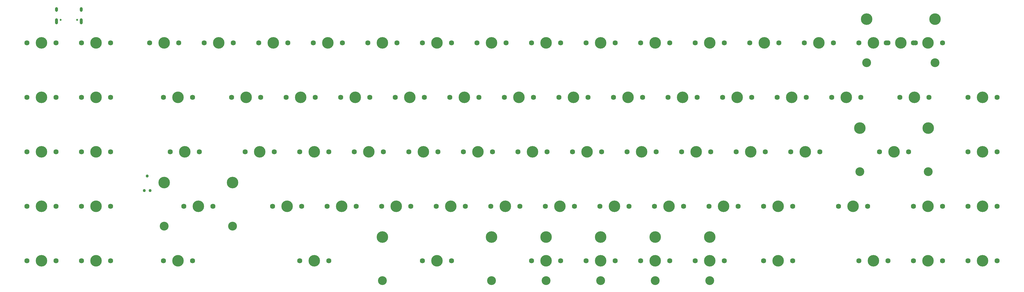
<source format=gts>
G04 #@! TF.FileFunction,Soldermask,Top*
%FSLAX46Y46*%
G04 Gerber Fmt 4.6, Leading zero omitted, Abs format (unit mm)*
G04 Created by KiCad (PCBNEW 4.0.7) date 05/14/18 18:10:09*
%MOMM*%
%LPD*%
G01*
G04 APERTURE LIST*
%ADD10C,0.100000*%
%ADD11C,4.027800*%
%ADD12C,1.790000*%
%ADD13C,1.028060*%
%ADD14C,1.025520*%
%ADD15O,1.040000X2.140000*%
%ADD16C,0.690000*%
%ADD17O,1.040000X1.640000*%
%ADD18C,3.088000*%
G04 APERTURE END LIST*
D10*
D11*
X704850000Y-280987500D03*
D12*
X699770000Y-280987500D03*
X709930000Y-280987500D03*
D11*
X595312500Y-280987500D03*
D12*
X590232500Y-280987500D03*
X600392500Y-280987500D03*
D11*
X576262500Y-280987500D03*
D12*
X571182500Y-280987500D03*
X581342500Y-280987500D03*
D11*
X395287500Y-223837500D03*
D12*
X390207500Y-223837500D03*
X400367500Y-223837500D03*
D11*
X445293750Y-261937500D03*
D12*
X440213750Y-261937500D03*
X450373750Y-261937500D03*
D11*
X395287500Y-242887500D03*
D12*
X390207500Y-242887500D03*
X400367500Y-242887500D03*
D11*
X442912500Y-242887500D03*
D12*
X437832500Y-242887500D03*
X447992500Y-242887500D03*
D13*
X432185000Y-270450000D03*
D14*
X431169000Y-275530000D03*
X433201000Y-275530000D03*
D15*
X400492500Y-216330000D03*
D16*
X401922500Y-215830000D03*
D15*
X409132500Y-216330000D03*
D17*
X400492500Y-212150000D03*
X409132500Y-212150000D03*
D16*
X407702500Y-215830000D03*
D11*
X414337500Y-223837500D03*
D12*
X409257500Y-223837500D03*
X419417500Y-223837500D03*
D11*
X438150000Y-223837500D03*
D12*
X433070000Y-223837500D03*
X443230000Y-223837500D03*
D11*
X457200000Y-223837500D03*
D12*
X452120000Y-223837500D03*
X462280000Y-223837500D03*
D11*
X476250000Y-223837500D03*
D12*
X471170000Y-223837500D03*
X481330000Y-223837500D03*
D11*
X495300000Y-223837500D03*
D12*
X490220000Y-223837500D03*
X500380000Y-223837500D03*
D11*
X514350000Y-223837500D03*
D12*
X509270000Y-223837500D03*
X519430000Y-223837500D03*
D11*
X533400000Y-223837500D03*
D12*
X528320000Y-223837500D03*
X538480000Y-223837500D03*
D11*
X552450000Y-223837500D03*
D12*
X547370000Y-223837500D03*
X557530000Y-223837500D03*
D11*
X571500000Y-223837500D03*
D12*
X566420000Y-223837500D03*
X576580000Y-223837500D03*
D11*
X590550000Y-223837500D03*
D12*
X585470000Y-223837500D03*
X595630000Y-223837500D03*
D11*
X609600000Y-223837500D03*
D12*
X604520000Y-223837500D03*
X614680000Y-223837500D03*
D11*
X628650000Y-223837500D03*
D12*
X623570000Y-223837500D03*
X633730000Y-223837500D03*
D11*
X647700000Y-223837500D03*
D12*
X642620000Y-223837500D03*
X652780000Y-223837500D03*
D11*
X666750000Y-223837500D03*
D12*
X661670000Y-223837500D03*
X671830000Y-223837500D03*
D11*
X685800000Y-223837500D03*
D12*
X680720000Y-223837500D03*
X690880000Y-223837500D03*
D11*
X704850000Y-223837500D03*
D12*
X699770000Y-223837500D03*
X709930000Y-223837500D03*
D11*
X695325000Y-223837500D03*
D12*
X690245000Y-223837500D03*
X700405000Y-223837500D03*
D18*
X683387000Y-230822500D03*
X707263000Y-230822500D03*
D11*
X683387000Y-215582500D03*
X707263000Y-215582500D03*
X414337500Y-242887500D03*
D12*
X409257500Y-242887500D03*
X419417500Y-242887500D03*
D11*
X466725000Y-242887500D03*
D12*
X461645000Y-242887500D03*
X471805000Y-242887500D03*
D11*
X485775000Y-242887500D03*
D12*
X480695000Y-242887500D03*
X490855000Y-242887500D03*
D11*
X504825000Y-242887500D03*
D12*
X499745000Y-242887500D03*
X509905000Y-242887500D03*
D11*
X523875000Y-242887500D03*
D12*
X518795000Y-242887500D03*
X528955000Y-242887500D03*
D11*
X542925000Y-242887500D03*
D12*
X537845000Y-242887500D03*
X548005000Y-242887500D03*
D11*
X561975000Y-242887500D03*
D12*
X556895000Y-242887500D03*
X567055000Y-242887500D03*
D11*
X581025000Y-242887500D03*
D12*
X575945000Y-242887500D03*
X586105000Y-242887500D03*
D11*
X600075000Y-242887500D03*
D12*
X594995000Y-242887500D03*
X605155000Y-242887500D03*
D11*
X619125000Y-242887500D03*
D12*
X614045000Y-242887500D03*
X624205000Y-242887500D03*
D11*
X638175000Y-242887500D03*
D12*
X633095000Y-242887500D03*
X643255000Y-242887500D03*
D11*
X657225000Y-242887500D03*
D12*
X652145000Y-242887500D03*
X662305000Y-242887500D03*
D11*
X676275000Y-242887500D03*
D12*
X671195000Y-242887500D03*
X681355000Y-242887500D03*
D11*
X700087500Y-242887500D03*
D12*
X695007500Y-242887500D03*
X705167500Y-242887500D03*
D11*
X723900000Y-242887500D03*
D12*
X718820000Y-242887500D03*
X728980000Y-242887500D03*
D11*
X395287500Y-261937500D03*
D12*
X390207500Y-261937500D03*
X400367500Y-261937500D03*
D11*
X471487500Y-261937500D03*
D12*
X466407500Y-261937500D03*
X476567500Y-261937500D03*
D11*
X490537500Y-261937500D03*
D12*
X485457500Y-261937500D03*
X495617500Y-261937500D03*
D11*
X509587500Y-261937500D03*
D12*
X504507500Y-261937500D03*
X514667500Y-261937500D03*
D11*
X528637500Y-261937500D03*
D12*
X523557500Y-261937500D03*
X533717500Y-261937500D03*
D11*
X547687500Y-261937500D03*
D12*
X542607500Y-261937500D03*
X552767500Y-261937500D03*
D11*
X566737500Y-261937500D03*
D12*
X561657500Y-261937500D03*
X571817500Y-261937500D03*
D11*
X585787500Y-261937500D03*
D12*
X580707500Y-261937500D03*
X590867500Y-261937500D03*
D11*
X604837500Y-261937500D03*
D12*
X599757500Y-261937500D03*
X609917500Y-261937500D03*
D11*
X623887500Y-261937500D03*
D12*
X618807500Y-261937500D03*
X628967500Y-261937500D03*
D11*
X642937500Y-261937500D03*
D12*
X637857500Y-261937500D03*
X648017500Y-261937500D03*
D11*
X723900000Y-261937500D03*
D12*
X718820000Y-261937500D03*
X728980000Y-261937500D03*
D11*
X414337500Y-280987500D03*
D12*
X409257500Y-280987500D03*
X419417500Y-280987500D03*
D11*
X481012500Y-280987500D03*
D12*
X475932500Y-280987500D03*
X486092500Y-280987500D03*
D11*
X500062500Y-280987500D03*
D12*
X494982500Y-280987500D03*
X505142500Y-280987500D03*
D11*
X519112500Y-280987500D03*
D12*
X514032500Y-280987500D03*
X524192500Y-280987500D03*
D11*
X538162500Y-280987500D03*
D12*
X533082500Y-280987500D03*
X543242500Y-280987500D03*
D11*
X557212500Y-280987500D03*
D12*
X552132500Y-280987500D03*
X562292500Y-280987500D03*
D11*
X614362500Y-280987500D03*
D12*
X609282500Y-280987500D03*
X619442500Y-280987500D03*
D11*
X633412500Y-280987500D03*
D12*
X628332500Y-280987500D03*
X638492500Y-280987500D03*
D11*
X652462500Y-280987500D03*
D12*
X647382500Y-280987500D03*
X657542500Y-280987500D03*
D11*
X723900000Y-280987500D03*
D12*
X718820000Y-280987500D03*
X728980000Y-280987500D03*
D11*
X395287500Y-300037500D03*
D12*
X390207500Y-300037500D03*
X400367500Y-300037500D03*
D11*
X414337500Y-300037500D03*
D12*
X409257500Y-300037500D03*
X419417500Y-300037500D03*
D11*
X442912500Y-300037500D03*
D12*
X437832500Y-300037500D03*
X447992500Y-300037500D03*
D11*
X414337500Y-261937500D03*
D12*
X409257500Y-261937500D03*
X419417500Y-261937500D03*
D11*
X661987500Y-261937500D03*
D12*
X656907500Y-261937500D03*
X667067500Y-261937500D03*
D11*
X692943750Y-261937500D03*
D12*
X687863750Y-261937500D03*
X698023750Y-261937500D03*
D18*
X681005750Y-268922500D03*
X704881750Y-268922500D03*
D11*
X681005750Y-253682500D03*
X704881750Y-253682500D03*
X395287500Y-280987500D03*
D12*
X390207500Y-280987500D03*
X400367500Y-280987500D03*
D11*
X450056250Y-280987500D03*
D12*
X444976250Y-280987500D03*
X455136250Y-280987500D03*
D18*
X438118250Y-287972500D03*
X461994250Y-287972500D03*
D11*
X438118250Y-272732500D03*
X461994250Y-272732500D03*
X678656250Y-280987500D03*
D12*
X673576250Y-280987500D03*
X683736250Y-280987500D03*
D11*
X490537500Y-300037500D03*
D12*
X485457500Y-300037500D03*
X495617500Y-300037500D03*
D11*
X533400000Y-300037500D03*
D12*
X528320000Y-300037500D03*
X538480000Y-300037500D03*
D18*
X514350000Y-307022500D03*
X552450000Y-307022500D03*
D11*
X514350000Y-291782500D03*
X552450000Y-291782500D03*
X704850000Y-300037500D03*
D12*
X699770000Y-300037500D03*
X709930000Y-300037500D03*
D11*
X723900000Y-300037500D03*
D12*
X718820000Y-300037500D03*
X728980000Y-300037500D03*
D11*
X590550000Y-300037500D03*
D12*
X585470000Y-300037500D03*
X595630000Y-300037500D03*
D18*
X571500000Y-307022500D03*
X609600000Y-307022500D03*
D11*
X571500000Y-291782500D03*
X609600000Y-291782500D03*
X652462500Y-300037500D03*
D12*
X647382500Y-300037500D03*
X657542500Y-300037500D03*
D11*
X685800000Y-300037500D03*
D12*
X680720000Y-300037500D03*
X690880000Y-300037500D03*
D11*
X571500000Y-300037500D03*
D12*
X566420000Y-300037500D03*
X576580000Y-300037500D03*
D18*
X514350000Y-307022500D03*
X628650000Y-307022500D03*
D11*
X514350000Y-291782500D03*
X628650000Y-291782500D03*
D18*
X609600000Y-307022500D03*
D11*
X609600000Y-291782500D03*
X609600000Y-300037500D03*
D12*
X604520000Y-300037500D03*
X614680000Y-300037500D03*
D18*
X590550000Y-307022500D03*
X628650000Y-307022500D03*
D11*
X590550000Y-291782500D03*
X628650000Y-291782500D03*
X628650000Y-300037500D03*
D12*
X623570000Y-300037500D03*
X633730000Y-300037500D03*
M02*

</source>
